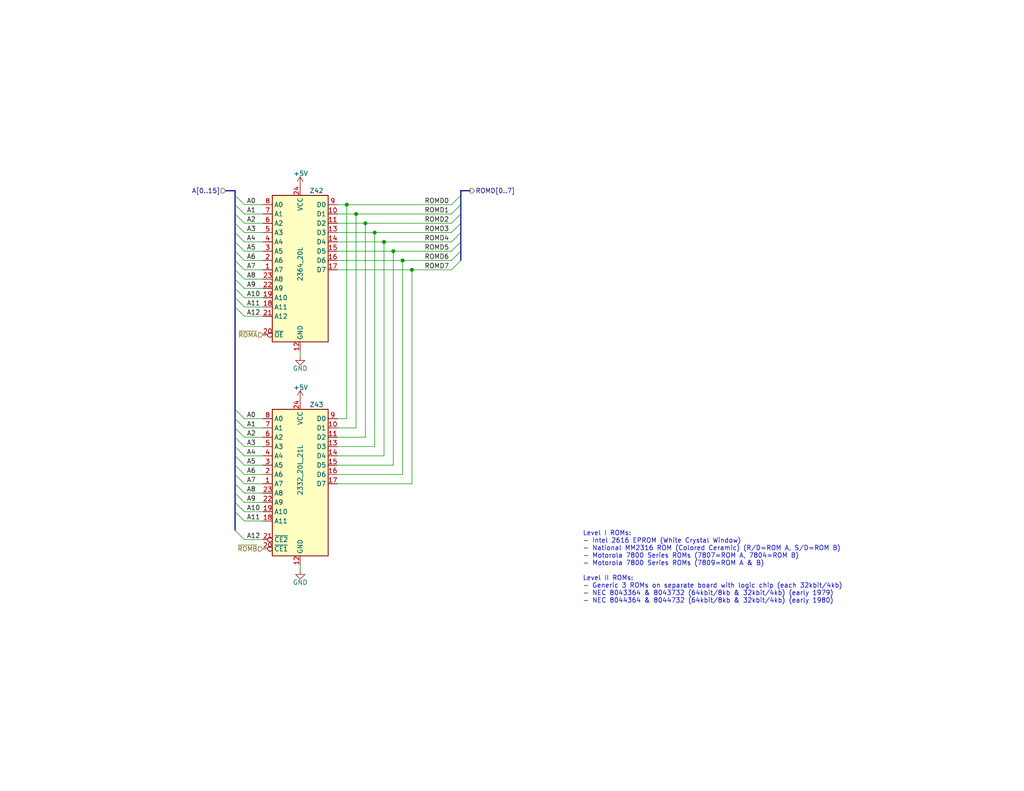
<source format=kicad_sch>
(kicad_sch (version 20250114) (generator "eeschema") (generator_version "9.0")
  (paper "USLetter")
  (title_block (title "TRS-80 Model I Rev HE11E011550") (date "2025-06-15") (rev "E1A") (company "RetroStack - Marcel Erz") (comment 2 "ROM circuit") (comment 4 "ROM"))
  (lib_symbols
    (symbol "RetroStackLibrary:ROM_2332_20L_21L"
      (property "Reference" "U" (at 0 0 0))
      (property "Value" "ROM_2332_20L_21L" (at 0 0 0))
      (symbol "ROM_2332_20L_21L_1_1"
        (rectangle (start -7.62 -14.605) (end 7.62 -54.61) (stroke (width 0.254)) (fill (type background)))
        (pin input line (at -10.16 -17.145 0) (length 2.54) (name "A0") (number "8"))
        (pin input line (at -10.16 -19.685 0) (length 2.54) (name "A1") (number "7"))
        (pin input line (at -10.16 -22.225 0) (length 2.54) (name "A2") (number "6"))
        (pin input line (at -10.16 -24.765 0) (length 2.54) (name "A3") (number "5"))
        (pin input line (at -10.16 -27.305 0) (length 2.54) (name "A4") (number "4"))
        (pin input line (at -10.16 -29.845 0) (length 2.54) (name "A5") (number "3"))
        (pin input line (at -10.16 -32.385 0) (length 2.54) (name "A6") (number "2"))
        (pin input line (at -10.16 -34.925 0) (length 2.54) (name "A7") (number "1"))
        (pin input line (at -10.16 -37.465 0) (length 2.54) (name "A8") (number "23"))
        (pin input line (at -10.16 -40.005 0) (length 2.54) (name "A9") (number "22"))
        (pin input line (at -10.16 -42.545 0) (length 2.54) (name "A10") (number "19"))
        (pin input line (at -10.16 -45.085 0) (length 2.54) (name "A11") (number "18"))
        (pin input inverted (at -10.16 -50.165 0) (length 2.54) (name "~{CE2}") (number "21"))
        (pin input inverted (at -10.16 -52.705 0) (length 2.54) (name "~{CE1}") (number "20"))
        (pin power_in line (at 0 -12.065 270) (length 2.54) (name "VCC") (number "24"))
        (pin power_in line (at 0 -57.15 90) (length 2.54) (name "GND") (number "12"))
        (pin tri_state line (at 10.16 -17.145 180) (length 2.54) (name "D0") (number "9"))
        (pin tri_state line (at 10.16 -19.685 180) (length 2.54) (name "D1") (number "10"))
        (pin tri_state line (at 10.16 -22.225 180) (length 2.54) (name "D2") (number "11"))
        (pin tri_state line (at 10.16 -24.765 180) (length 2.54) (name "D3") (number "13"))
        (pin tri_state line (at 10.16 -27.305 180) (length 2.54) (name "D4") (number "14"))
        (pin tri_state line (at 10.16 -29.845 180) (length 2.54) (name "D5") (number "15"))
        (pin tri_state line (at 10.16 -32.385 180) (length 2.54) (name "D6") (number "16"))
        (pin tri_state line (at 10.16 -34.925 180) (length 2.54) (name "D7") (number "17"))
      )
    )
    (symbol "RetroStackLibrary:ROM_2364_20L"
      (property "Reference" "U" (at 0 0 0))
      (property "Value" "ROM_2364_20L" (at 0 0 0))
      (symbol "ROM_2364_20L_1_1"
        (rectangle (start -7.62 -14.605) (end 7.62 -54.61) (stroke (width 0.254)) (fill (type background)))
        (pin input line (at -10.16 -17.145 0) (length 2.54) (name "A0") (number "8"))
        (pin input line (at -10.16 -19.685 0) (length 2.54) (name "A1") (number "7"))
        (pin input line (at -10.16 -22.225 0) (length 2.54) (name "A2") (number "6"))
        (pin input line (at -10.16 -24.765 0) (length 2.54) (name "A3") (number "5"))
        (pin input line (at -10.16 -27.305 0) (length 2.54) (name "A4") (number "4"))
        (pin input line (at -10.16 -29.845 0) (length 2.54) (name "A5") (number "3"))
        (pin input line (at -10.16 -32.385 0) (length 2.54) (name "A6") (number "2"))
        (pin input line (at -10.16 -34.925 0) (length 2.54) (name "A7") (number "1"))
        (pin input line (at -10.16 -37.465 0) (length 2.54) (name "A8") (number "23"))
        (pin input line (at -10.16 -40.005 0) (length 2.54) (name "A9") (number "22"))
        (pin input line (at -10.16 -42.545 0) (length 2.54) (name "A10") (number "19"))
        (pin input line (at -10.16 -45.085 0) (length 2.54) (name "A11") (number "18"))
        (pin input line (at -10.16 -47.625 0) (length 2.54) (name "A12") (number "21"))
        (pin input inverted (at -10.16 -52.705 0) (length 2.54) (name "~{OE}") (number "20"))
        (pin power_in line (at 0 -12.065 270) (length 2.54) (name "VCC") (number "24"))
        (pin power_in line (at 0 -57.15 90) (length 2.54) (name "GND") (number "12"))
        (pin tri_state line (at 10.16 -17.145 180) (length 2.54) (name "D0") (number "9"))
        (pin tri_state line (at 10.16 -19.685 180) (length 2.54) (name "D1") (number "10"))
        (pin tri_state line (at 10.16 -22.225 180) (length 2.54) (name "D2") (number "11"))
        (pin tri_state line (at 10.16 -24.765 180) (length 2.54) (name "D3") (number "13"))
        (pin tri_state line (at 10.16 -27.305 180) (length 2.54) (name "D4") (number "14"))
        (pin tri_state line (at 10.16 -29.845 180) (length 2.54) (name "D5") (number "15"))
        (pin tri_state line (at 10.16 -32.385 180) (length 2.54) (name "D6") (number "16"))
        (pin tri_state line (at 10.16 -34.925 180) (length 2.54) (name "D7") (number "17"))
      )
    )
    (symbol "power:+5V" (power) (pin_numbers (hide yes)) (pin_names (offset 0) (hide yes))
      (property "Value" "+5V" (at 0 3.556 0))
      (symbol "+5V_0_1"
        (polyline (pts (xy -0.762 1.27) (xy 0 2.54)))
        (polyline (pts (xy 0 2.54) (xy 0.762 1.27)))
        (polyline (pts (xy 0 0) (xy 0 2.54)))
      )
      (symbol "+5V_1_1"
        (pin power_in line (at 0 0 90) (length 0) (name "~") (number "1"))
      )
    )
    (symbol "power:GND" (power) (pin_numbers (hide yes)) (pin_names (offset 0) (hide yes))
      (property "Value" "GND" (at 0 -3.81 0))
      (symbol "GND_0_1"
        (polyline (pts (xy 0 0) (xy 0 -1.27) (xy 1.27 -1.27) (xy 0 -2.54) (xy -1.27 -1.27) (xy 0 -1.27)))
      )
      (symbol "GND_1_1"
        (pin power_in line (at 0 0 270) (length 0) (name "~") (number "1"))
      )
    )
  )
  (text "Level I ROMs:\n- Intel 2616 EPROM (White Crystal Window)\n- National MM2316 ROM (Colored Ceramic) (R/D=ROM A, S/D=ROM B)\n- Motorola 7800 Series ROMs (7807=ROM A, 7804=ROM B)\n- Motorola 7800 Series ROMs (7809=ROM A & B)\n\nLevel II ROMs:\n- Generic 3 ROMs on separate board with logic chip (each 32kbit/4kb)\n- NEC 8043364 & 8043732 (64kbit/8kb & 32kbit/4kb) (early 1979)\n- NEC 8044364 & 8044732 (64kbit/8kb & 32kbit/4kb) (early 1980)" (at 159.004 164.846 0) (effects (font (size 1.27 1.27)) (justify left bottom)))
  (junction (at 109.855 71.12))
  (junction (at 104.775 66.04))
  (junction (at 94.615 55.88))
  (junction (at 99.695 60.96))
  (junction (at 107.315 68.58))
  (junction (at 97.155 58.42))
  (junction (at 112.395 73.66))
  (junction (at 102.235 63.5))
  (bus_entry (at 123.19 68.58) (size 2.54 -2.54))
  (bus_entry (at 66.675 63.5) (size -2.54 -2.54))
  (bus_entry (at 66.675 76.2) (size -2.54 -2.54))
  (bus_entry (at 66.675 147.32) (size -2.54 -2.54))
  (bus_entry (at 66.675 81.28) (size -2.54 -2.54))
  (bus_entry (at 66.675 137.16) (size -2.54 -2.54))
  (bus_entry (at 66.675 124.46) (size -2.54 -2.54))
  (bus_entry (at 123.19 73.66) (size 2.54 -2.54))
  (bus_entry (at 66.675 116.84) (size -2.54 -2.54))
  (bus_entry (at 123.19 66.04) (size 2.54 -2.54))
  (bus_entry (at 66.675 139.7) (size -2.54 -2.54))
  (bus_entry (at 66.675 127) (size -2.54 -2.54))
  (bus_entry (at 123.19 55.88) (size 2.54 -2.54))
  (bus_entry (at 66.675 55.88) (size -2.54 -2.54))
  (bus_entry (at 66.675 129.54) (size -2.54 -2.54))
  (bus_entry (at 66.675 119.38) (size -2.54 -2.54))
  (bus_entry (at 66.675 86.36) (size -2.54 -2.54))
  (bus_entry (at 123.19 63.5) (size 2.54 -2.54))
  (bus_entry (at 66.675 78.74) (size -2.54 -2.54))
  (bus_entry (at 66.675 68.58) (size -2.54 -2.54))
  (bus_entry (at 66.675 71.12) (size -2.54 -2.54))
  (bus_entry (at 66.675 121.92) (size -2.54 -2.54))
  (bus_entry (at 66.675 73.66) (size -2.54 -2.54))
  (bus_entry (at 66.675 142.24) (size -2.54 -2.54))
  (bus_entry (at 66.675 58.42) (size -2.54 -2.54))
  (bus_entry (at 66.675 114.3) (size -2.54 -2.54))
  (bus_entry (at 66.675 132.08) (size -2.54 -2.54))
  (bus_entry (at 66.675 60.96) (size -2.54 -2.54))
  (bus_entry (at 123.19 71.12) (size 2.54 -2.54))
  (bus_entry (at 123.19 58.42) (size 2.54 -2.54))
  (bus_entry (at 66.675 66.04) (size -2.54 -2.54))
  (bus_entry (at 66.675 83.82) (size -2.54 -2.54))
  (bus_entry (at 123.19 60.96) (size 2.54 -2.54))
  (bus_entry (at 66.675 134.62) (size -2.54 -2.54))
  (wire (pts (xy 66.675 134.62) (xy 71.755 134.62)))
  (bus (pts (xy 125.73 63.5) (xy 125.73 60.96)))
  (wire (pts (xy 66.675 55.88) (xy 71.755 55.88)))
  (wire (pts (xy 66.675 119.38) (xy 71.755 119.38)))
  (wire (pts (xy 92.075 68.58) (xy 107.315 68.58)))
  (bus (pts (xy 64.135 78.74) (xy 64.135 76.2)))
  (wire (pts (xy 66.675 129.54) (xy 71.755 129.54)))
  (wire (pts (xy 92.075 127) (xy 107.315 127)))
  (wire (pts (xy 66.675 86.36) (xy 71.755 86.36)))
  (wire (pts (xy 66.675 121.92) (xy 71.755 121.92)))
  (wire (pts (xy 66.675 142.24) (xy 71.755 142.24)))
  (wire (pts (xy 92.075 121.92) (xy 102.235 121.92)))
  (bus (pts (xy 125.73 52.07) (xy 128.27 52.07)))
  (wire (pts (xy 66.675 71.12) (xy 71.755 71.12)))
  (wire (pts (xy 94.615 55.88) (xy 94.615 114.3)))
  (bus (pts (xy 64.135 83.82) (xy 64.135 111.76)))
  (wire (pts (xy 66.675 139.7) (xy 71.755 139.7)))
  (wire (pts (xy 66.675 76.2) (xy 71.755 76.2)))
  (wire (pts (xy 102.235 121.92) (xy 102.235 63.5)))
  (wire (pts (xy 92.075 132.08) (xy 112.395 132.08)))
  (wire (pts (xy 104.775 124.46) (xy 104.775 66.04)))
  (wire (pts (xy 99.695 60.96) (xy 99.695 119.38)))
  (bus (pts (xy 125.73 71.12) (xy 125.73 68.58)))
  (wire (pts (xy 112.395 132.08) (xy 112.395 73.66)))
  (bus (pts (xy 64.135 76.2) (xy 64.135 73.66)))
  (wire (pts (xy 92.075 58.42) (xy 97.155 58.42)))
  (wire (pts (xy 99.695 60.96) (xy 123.19 60.96)))
  (wire (pts (xy 66.675 66.04) (xy 71.755 66.04)))
  (wire (pts (xy 81.915 154.305) (xy 81.915 155.575)))
  (wire (pts (xy 66.675 60.96) (xy 71.755 60.96)))
  (bus (pts (xy 64.135 134.62) (xy 64.135 132.08)))
  (wire (pts (xy 92.075 71.12) (xy 109.855 71.12)))
  (wire (pts (xy 92.075 129.54) (xy 109.855 129.54)))
  (wire (pts (xy 66.675 124.46) (xy 71.755 124.46)))
  (bus (pts (xy 64.135 124.46) (xy 64.135 121.92)))
  (bus (pts (xy 64.135 53.34) (xy 64.135 52.07)))
  (wire (pts (xy 94.615 55.88) (xy 123.19 55.88)))
  (wire (pts (xy 66.675 132.08) (xy 71.755 132.08)))
  (bus (pts (xy 125.73 60.96) (xy 125.73 58.42)))
  (bus (pts (xy 125.73 68.58) (xy 125.73 66.04)))
  (wire (pts (xy 66.675 116.84) (xy 71.755 116.84)))
  (bus (pts (xy 64.135 139.7) (xy 64.135 144.78)))
  (wire (pts (xy 66.675 68.58) (xy 71.755 68.58)))
  (bus (pts (xy 125.73 55.88) (xy 125.73 53.34)))
  (wire (pts (xy 66.675 127) (xy 71.755 127)))
  (wire (pts (xy 66.675 114.3) (xy 71.755 114.3)))
  (wire (pts (xy 107.315 127) (xy 107.315 68.58)))
  (bus (pts (xy 64.135 137.16) (xy 64.135 134.62)))
  (wire (pts (xy 92.075 116.84) (xy 97.155 116.84)))
  (bus (pts (xy 64.135 132.08) (xy 64.135 129.54)))
  (wire (pts (xy 66.675 137.16) (xy 71.755 137.16)))
  (bus (pts (xy 64.135 139.7) (xy 64.135 137.16)))
  (wire (pts (xy 92.075 60.96) (xy 99.695 60.96)))
  (bus (pts (xy 64.135 55.88) (xy 64.135 53.34)))
  (wire (pts (xy 92.075 119.38) (xy 99.695 119.38)))
  (wire (pts (xy 66.675 73.66) (xy 71.755 73.66)))
  (wire (pts (xy 92.075 63.5) (xy 102.235 63.5)))
  (wire (pts (xy 109.855 71.12) (xy 123.19 71.12)))
  (wire (pts (xy 66.675 63.5) (xy 71.755 63.5)))
  (bus (pts (xy 125.73 66.04) (xy 125.73 63.5)))
  (bus (pts (xy 64.135 119.38) (xy 64.135 116.84)))
  (bus (pts (xy 61.595 52.07) (xy 64.135 52.07)))
  (bus (pts (xy 64.135 60.96) (xy 64.135 58.42)))
  (bus (pts (xy 64.135 68.58) (xy 64.135 66.04)))
  (bus (pts (xy 64.135 63.5) (xy 64.135 60.96)))
  (bus (pts (xy 64.135 121.92) (xy 64.135 119.38)))
  (bus (pts (xy 64.135 81.28) (xy 64.135 83.82)))
  (wire (pts (xy 97.155 58.42) (xy 97.155 116.84)))
  (wire (pts (xy 81.915 95.885) (xy 81.915 97.155)))
  (wire (pts (xy 109.855 129.54) (xy 109.855 71.12)))
  (bus (pts (xy 64.135 58.42) (xy 64.135 55.88)))
  (bus (pts (xy 64.135 129.54) (xy 64.135 127)))
  (wire (pts (xy 66.675 58.42) (xy 71.755 58.42)))
  (wire (pts (xy 66.675 81.28) (xy 71.755 81.28)))
  (bus (pts (xy 64.135 81.28) (xy 64.135 78.74)))
  (wire (pts (xy 92.075 73.66) (xy 112.395 73.66)))
  (wire (pts (xy 92.075 66.04) (xy 104.775 66.04)))
  (wire (pts (xy 112.395 73.66) (xy 123.19 73.66)))
  (wire (pts (xy 92.075 55.88) (xy 94.615 55.88)))
  (bus (pts (xy 64.135 73.66) (xy 64.135 71.12)))
  (wire (pts (xy 66.675 78.74) (xy 71.755 78.74)))
  (bus (pts (xy 125.73 53.34) (xy 125.73 52.07)))
  (wire (pts (xy 66.675 83.82) (xy 71.755 83.82)))
  (wire (pts (xy 92.075 124.46) (xy 104.775 124.46)))
  (bus (pts (xy 64.135 114.3) (xy 64.135 111.76)))
  (wire (pts (xy 104.775 66.04) (xy 123.19 66.04)))
  (wire (pts (xy 92.075 114.3) (xy 94.615 114.3)))
  (bus (pts (xy 64.135 71.12) (xy 64.135 68.58)))
  (wire (pts (xy 66.675 147.32) (xy 71.755 147.32)))
  (wire (pts (xy 102.235 63.5) (xy 123.19 63.5)))
  (wire (pts (xy 97.155 58.42) (xy 123.19 58.42)))
  (bus (pts (xy 64.135 127) (xy 64.135 124.46)))
  (bus (pts (xy 64.135 116.84) (xy 64.135 114.3)))
  (bus (pts (xy 64.135 66.04) (xy 64.135 63.5)))
  (wire (pts (xy 107.315 68.58) (xy 123.19 68.58)))
  (bus (pts (xy 125.73 58.42) (xy 125.73 55.88)))
  (label "A4" (at 67.31 124.46 0))
  (label "A9" (at 67.31 137.16 0))
  (label "A0" (at 67.31 114.3 0))
  (label "A1" (at 67.31 58.42 0))
  (label "A11" (at 67.31 83.82 0))
  (label "A11" (at 67.31 142.24 0))
  (label "A5" (at 67.31 127 0))
  (label "ROMD7" (at 122.555 73.66 180))
  (label "A10" (at 67.31 81.28 0))
  (label "A8" (at 67.31 76.2 0))
  (label "A4" (at 67.31 66.04 0))
  (label "A0" (at 67.31 55.88 0))
  (label "ROMD2" (at 122.555 60.96 180))
  (label "A5" (at 67.31 68.58 0))
  (label "A7" (at 67.31 73.66 0))
  (label "A1" (at 67.31 116.84 0))
  (label "A6" (at 67.31 71.12 0))
  (label "A9" (at 67.31 78.74 0))
  (label "A2" (at 67.31 119.38 0))
  (label "ROMD0" (at 122.555 55.88 180))
  (label "ROMD3" (at 122.555 63.5 180))
  (label "A12" (at 67.31 147.32 0))
  (label "A10" (at 67.31 139.7 0))
  (label "ROMD4" (at 122.555 66.04 180))
  (label "A8" (at 67.31 134.62 0))
  (label "A7" (at 67.31 132.08 0))
  (label "ROMD6" (at 122.555 71.12 180))
  (label "A3" (at 67.31 121.92 0))
  (label "ROMD1" (at 122.555 58.42 180))
  (label "A2" (at 67.31 60.96 0))
  (label "A12" (at 67.31 86.36 0))
  (label "ROMD5" (at 122.555 68.58 180))
  (label "A6" (at 67.31 129.54 0))
  (label "A3" (at 67.31 63.5 0))
  (hierarchical_label "~{ROMA}" (shape input) (at 71.755 91.44 180))
  (hierarchical_label "~{ROMB}" (shape input) (at 71.755 149.86 180))
  (hierarchical_label "A[0..15]" (shape input) (at 61.595 52.07 180))
  (hierarchical_label "ROMD[0..7]" (shape output) (at 128.27 52.07 0))
  (symbol (lib_id "power:GND") (at 81.915 97.155 0) (unit 1)
    (property "Reference" "#PWR0166" (effects (hide yes)))
    (property "Value" "GND" (at 81.915 100.584 0))
    (property "Description" "Power symbol creates a global label with name \"GND\" , ground" (effects (hide yes)))
  )
  (symbol (lib_id "power:+5V") (at 81.915 109.22 0) (unit 1)
    (property "Reference" "#PWR027" (effects (hide yes)))
    (property "Value" "+5V" (at 82.042 105.791 0))
    (property "Description" "Power symbol creates a global label with name \"+5V\"" (effects (hide yes)))
  )
  (symbol (lib_id "RetroStackLibrary:ROM_2332_20L_21L") (at 81.915 97.155 0) (unit 1)
    (property "Reference" "Z43" (at 84.455 110.49 0) (effects (justify left)))
    (property "Value" "2332_20L_21L" (at 81.915 135.255 90) (effects (justify left)))
    (property "Footprint" "Library:TRS80_Model_I_DIP24_Jap" (effects (hide yes)))
    (property "Datasheet" "http://archive.6502.org/datasheets/mos_2332_rom_feb_1980.pdf" (effects (hide yes)))
    (property "Description" "2332 32kBit (4kb x 8) PROM" (effects (hide yes)))
  )
  (symbol (lib_id "power:GND") (at 81.915 155.575 0) (unit 1)
    (property "Reference" "#PWR0167" (effects (hide yes)))
    (property "Value" "GND" (at 81.915 159.004 0))
    (property "Description" "Power symbol creates a global label with name \"GND\" , ground" (effects (hide yes)))
  )
  (symbol (lib_id "power:+5V") (at 81.915 50.8 0) (unit 1)
    (property "Reference" "#PWR026" (effects (hide yes)))
    (property "Value" "+5V" (at 82.042 47.371 0))
    (property "Description" "Power symbol creates a global label with name \"+5V\"" (effects (hide yes)))
  )
  (symbol (lib_id "RetroStackLibrary:ROM_2364_20L") (at 81.915 38.735 0) (unit 1)
    (property "Reference" "Z42" (at 84.455 52.07 0) (effects (justify left)))
    (property "Value" "2364_20L" (at 81.915 76.835 90) (effects (justify left)))
    (property "Footprint" "Library:TRS80_Model_I_DIP24_Jap" (effects (hide yes)))
    (property "Datasheet" "https://archive.org/details/mos_2364_rom_feb_1980" (effects (hide yes)))
  )
)
</source>
